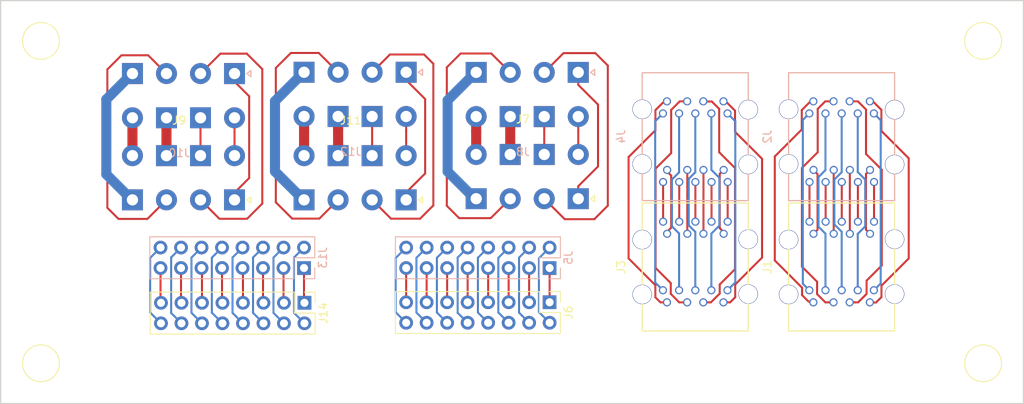
<source format=kicad_pcb>
(kicad_pcb (version 20221018) (generator pcbnew)
  (layers (0 "F.Cu" signal) (31 "B.Cu" signal) (34 "B.Paste" user) (35 "F.Paste" user) (36 "B.SilkS" user "B.Silkscreen") (37 "F.SilkS" user "F.Silkscreen") (38 "B.Mask" user) (39 "F.Mask" user) (44 "Edge.Cuts" user))
  (net 0 "")
  (net 1 "Net-(J1-Pad4)")
  (net 2 "Net-(J1-Pad1)")
  (net 3 "Net-(J1-Pad2)")
  (net 4 "Net-(J1-Pad3)")
  (net 5 "Net-(J1-Pad5)")
  (net 6 "Net-(J1-Pad6)")
  (net 7 "Net-(J1-Pad7)")
  (net 8 "Net-(J1-Pad8)")
  (net 9 "Net-(J1-Pad9)")
  (net 10 "Net-(J1-Pad10)")
  (net 11 "Net-(J1-Pad11)")
  (net 12 "Net-(J1-Pad12)")
  (net 13 "Net-(J1-Pad13)")
  (net 14 "Net-(J1-Pad14)")
  (net 15 "Net-(J1-Pad15)")
  (net 16 "Net-(J1-Pad16)")
  (net 17 "Net-(J1-Pad17)")
  (net 18 "Net-(J1-Pad18)")
  (net 19 "Net-(J3-Pad4)")
  (net 20 "Net-(J3-Pad1)")
  (net 21 "Net-(J3-Pad2)")
  (net 22 "Net-(J3-Pad3)")
  (net 23 "Net-(J3-Pad5)")
  (net 24 "Net-(J3-Pad6)")
  (net 25 "Net-(J3-Pad7)")
  (net 26 "Net-(J3-Pad8)")
  (net 27 "Net-(J3-Pad9)")
  (net 28 "Net-(J3-Pad10)")
  (net 29 "Net-(J3-Pad11)")
  (net 30 "Net-(J3-Pad12)")
  (net 31 "Net-(J3-Pad13)")
  (net 32 "Net-(J3-Pad14)")
  (net 33 "Net-(J3-Pad15)")
  (net 34 "Net-(J3-Pad16)")
  (net 35 "Net-(J3-Pad17)")
  (net 36 "Net-(J3-Pad18)")
  (net 37 "Net-(J5-Pad1)")
  (net 38 "Net-(J5-Pad2)")
  (net 39 "Net-(J5-Pad3)")
  (net 40 "Net-(J5-Pad4)")
  (net 41 "Net-(J5-Pad5)")
  (net 42 "Net-(J5-Pad6)")
  (net 43 "Net-(J5-Pad7)")
  (net 44 "Net-(J5-Pad8)")
  (net 45 "Net-(J5-Pad9)")
  (net 46 "Net-(J5-Pad10)")
  (net 47 "Net-(J5-Pad11)")
  (net 48 "Net-(J5-Pad12)")
  (net 49 "Net-(J5-Pad13)")
  (net 50 "Net-(J5-Pad14)")
  (net 51 "Net-(J5-Pad15)")
  (net 52 "Net-(J5-Pad16)")
  (net 53 "Net-(J7-Pad2)")
  (net 54 "Net-(J7-Pad1)")
  (net 55 "Net-(J7-Pad3)")
  (net 56 "Net-(J7-Pad4)")
  (net 57 "Net-(J7-Pad7)")
  (net 58 "Net-(J7-Pad6)")
  (net 59 "Net-(J7-Pad8)")
  (net 60 "Net-(J7-Pad5)")
  (net 61 "Net-(J10-Pad2)")
  (net 62 "Net-(J10-Pad1)")
  (net 63 "Net-(J10-Pad3)")
  (net 64 "Net-(J10-Pad4)")
  (net 65 "Net-(J10-Pad7)")
  (net 66 "Net-(J10-Pad6)")
  (net 67 "Net-(J10-Pad8)")
  (net 68 "Net-(J10-Pad5)")
  (net 69 "Net-(J11-Pad2)")
  (net 70 "Net-(J11-Pad1)")
  (net 71 "Net-(J11-Pad3)")
  (net 72 "Net-(J11-Pad4)")
  (net 73 "Net-(J11-Pad7)")
  (net 74 "Net-(J11-Pad6)")
  (net 75 "Net-(J11-Pad8)")
  (net 76 "Net-(J11-Pad5)")
  (net 77 "Net-(J13-Pad1)")
  (net 78 "Net-(J13-Pad2)")
  (net 79 "Net-(J13-Pad3)")
  (net 80 "Net-(J13-Pad4)")
  (net 81 "Net-(J13-Pad5)")
  (net 82 "Net-(J13-Pad6)")
  (net 83 "Net-(J13-Pad7)")
  (net 84 "Net-(J13-Pad8)")
  (net 85 "Net-(J13-Pad9)")
  (net 86 "Net-(J13-Pad10)")
  (net 87 "Net-(J13-Pad11)")
  (net 88 "Net-(J13-Pad12)")
  (net 89 "Net-(J13-Pad13)")
  (net 90 "Net-(J13-Pad14)")
  (net 91 "Net-(J13-Pad15)")
  (net 92 "Net-(J13-Pad16)")
  (footprint "USST-footprints:Molex_MiniFit-JR_5566-08A_02x04x4.2_Vertical" (layer "F.Cu") (at 170.578224 58.203912 180)
    (fp_text reference "J7")
    (fp_text value "Molex_MiniFit_02x04")
  )
  (footprint "USST-footprints:Molex_MiniFit-JR_5566-08A_02x04x4.2_Vertical" (layer "F.Cu") (at 127.97926 58.349108 180)
    (fp_text reference "J9")
    (fp_text value "Molex_MiniFit_02x04")
  )
  (footprint "USST-footprints:Molex_MiniFit-JR_5566-08A_02x04x4.2_Vertical" (layer "F.Cu") (at 149.24926 58.349108 180)
    (fp_text reference "J11")
    (fp_text value "Molex_MiniFit_02x04")
  )
  (footprint "Pin_Headers:Pin_Header_Straight_2x08_Pitch2.54mm" (layer "F.Cu") (at 143.503375 82.249708 -90)
    (fp_text reference "J14")
    (fp_text value "Conn_02x08_Odd_Even")
  )
  (footprint "Pin_Headers:Pin_Header_Straight_2x08_Pitch2.54mm" (layer "F.Cu") (at 173.886956 82.181658 -90)
    (fp_text reference "J6")
    (fp_text value "Conn_02x08_Odd_Even")
  )
  (footprint "Connect:1pin" (layer "F.Cu") (at 110.85 49.75)
    (fp_text reference "REF**" hide)
    (fp_text value "1pin" hide)
  )
  (footprint "Connect:1pin" (layer "F.Cu") (at 110.85 89.75)
    (fp_text reference "REF**" hide)
    (fp_text value "1pin" hide)
  )
  (footprint "Connect:1pin" (layer "F.Cu") (at 227.61 49.75)
    (fp_text reference "REF**" hide)
    (fp_text value "1pin" hide)
  )
  (footprint "Connect:1pin" (layer "F.Cu") (at 227.61 89.75)
    (fp_text reference "REF**" hide)
    (fp_text value "1pin" hide)
  )
  (footprint "USST-footprints:USBA_3.0_Stacked_Vertical-Molex_48409" (layer "F.Cu") (at 210.08 77.81 90)
    (fp_text reference "J1")
    (fp_text value "Conn_02x09_Odd_Even")
  )
  (footprint "USST-footprints:USBA_3.0_Stacked_Vertical-Molex_48409" (layer "F.Cu") (at 191.94 77.81 90)
    (fp_text reference "J3")
    (fp_text value "Conn_02x09_Odd_Even")
  )
  (footprint "USST-footprints:Molex_MiniFit-JR_5566-08A_02x04x4.2_Vertical" (layer "B.Cu") (at 170.578224 64.781512 180)
    (fp_text reference "J8")
    (fp_text value "Molex_MiniFit_02x04")
  )
  (footprint "USST-footprints:Molex_MiniFit-JR_5566-08A_02x04x4.2_Vertical" (layer "B.Cu") (at 127.97926 64.926708 180)
    (fp_text reference "J10")
    (fp_text value "Molex_MiniFit_02x04")
  )
  (footprint "USST-footprints:Molex_MiniFit-JR_5566-08A_02x04x4.2_Vertical" (layer "B.Cu") (at 149.24926 64.766708 180)
    (fp_text reference "J12")
    (fp_text value "Molex_MiniFit_02x04")
  )
  (footprint "Pin_Headers:Pin_Header_Straight_2x08_Pitch2.54mm" (layer "B.Cu") (at 143.448376 77.929708 90)
    (fp_text reference "J13")
    (fp_text value "Conn_02x08_Odd_Even")
  )
  (footprint "Pin_Headers:Pin_Header_Straight_2x08_Pitch2.54mm" (layer "B.Cu") (at 173.886956 77.931658 90)
    (fp_text reference "J5")
    (fp_text value "Conn_02x08_Odd_Even")
  )
  (footprint "USST-footprints:USBA_3.0_Stacked_Vertical-Molex_48409" (layer "B.Cu") (at 210.08 61.63 -90)
    (fp_text reference "J2")
    (fp_text value "Conn_02x09_Odd_Even")
  )
  (footprint "USST-footprints:USBA_3.0_Stacked_Vertical-Molex_48409" (layer "B.Cu") (at 191.94 61.63 -90)
    (fp_text reference "J4")
    (fp_text value "Conn_02x09_Odd_Even")
  )
  (gr_line (start 105.85 94.75) (end 105.85 44.75) (stroke (width 0.15)) (layer "Edge.Cuts"))
  (gr_line (start 105.85 44.75) (end 232.61 44.75) (stroke (width 0.15)) (layer "Edge.Cuts"))
  (gr_line (start 232.61 44.75) (end 232.61 94.75) (stroke (width 0.15)) (layer "Edge.Cuts"))
  (gr_line (start 232.61 94.75) (end 105.85 94.75) (stroke (width 0.15)) (layer "Edge.Cuts"))
  (segment (start 215.008189 80.121149) (end 215.008189 81.539238) (width 0.25) (layer "F.Cu") (net 1))
  (segment (start 214.999519 60.923638) (end 218.386849 64.310968) (width 0.25) (layer "F.Cu") (net 1))
  (segment (start 213.57 57.25) (end 213.944616 57.25) (width 0.25) (layer "F.Cu") (net 1))
  (segment (start 213.586437 82.206437) (end 213.57 82.19) (width 0.25) (layer "F.Cu") (net 1))
  (segment (start 213.944616 57.25) (end 214.999519 58.304903) (width 0.25) (layer "F.Cu") (net 1))
  (segment (start 218.386849 64.310968) (end 218.386849 76.742489) (width 0.25) (layer "F.Cu") (net 1))
  (segment (start 214.34099 82.206437) (end 213.586437 82.206437) (width 0.25) (layer "F.Cu") (net 1))
  (segment (start 214.999519 58.304903) (end 214.999519 60.923638) (width 0.25) (layer "F.Cu") (net 1))
  (segment (start 218.386849 76.742489) (end 215.008189 80.121149) (width 0.25) (layer "F.Cu") (net 1))
  (segment (start 215.008189 81.539238) (end 214.34099 82.206437) (width 0.25) (layer "F.Cu") (net 1))
  (segment (start 205.963282 82.084171) (end 206.464171 82.084171) (width 0.25) (layer "F.Cu") (net 2))
  (segment (start 205.134723 60.738914) (end 201.7897 64.083937) (width 0.25) (layer "F.Cu") (net 2))
  (segment (start 206.464171 82.084171) (end 206.57 82.19) (width 0.25) (layer "F.Cu") (net 2))
  (segment (start 201.7897 64.083937) (end 201.7897 76.991189) (width 0.25) (layer "F.Cu") (net 2))
  (segment (start 205.134723 58.335824) (end 205.134723 60.738914) (width 0.25) (layer "F.Cu") (net 2))
  (segment (start 201.7897 76.991189) (end 205.170794 80.372283) (width 0.25) (layer "F.Cu") (net 2))
  (segment (start 206.220547 57.25) (end 205.134723 58.335824) (width 0.25) (layer "F.Cu") (net 2))
  (segment (start 205.170794 80.372283) (end 205.170794 81.291683) (width 0.25) (layer "F.Cu") (net 2))
  (segment (start 205.170794 81.291683) (end 205.963282 82.084171) (width 0.25) (layer "F.Cu") (net 2))
  (segment (start 206.57 57.25) (end 206.220547 57.25) (width 0.25) (layer "F.Cu") (net 2))
  (segment (start 207.10835 58.189185) (end 207.10835 63.565453) (width 0.25) (layer "F.Cu") (net 3))
  (segment (start 205.154806 65.518997) (end 205.154806 77.759444) (width 0.25) (layer "F.Cu") (net 3))
  (segment (start 205.154806 77.759444) (end 207.032511 79.637149) (width 0.25) (layer "F.Cu") (net 3))
  (segment (start 207.032511 79.637149) (end 207.032511 81.165891) (width 0.25) (layer "F.Cu") (net 3))
  (segment (start 209.07 57.25) (end 208.047535 57.25) (width 0.25) (layer "F.Cu") (net 3))
  (segment (start 208.05662 82.19) (end 208.362894 82.19) (width 0.25) (layer "F.Cu") (net 3))
  (segment (start 207.032511 81.165891) (end 208.05662 82.19) (width 0.25) (layer "F.Cu") (net 3))
  (segment (start 208.362894 82.19) (end 209.07 82.19) (width 0.25) (layer "F.Cu") (net 3))
  (segment (start 207.10835 63.565453) (end 205.154806 65.518997) (width 0.25) (layer "F.Cu") (net 3))
  (segment (start 208.047535 57.25) (end 207.10835 58.189185) (width 0.25) (layer "F.Cu") (net 3))
  (segment (start 213.094555 63.776373) (end 215.048367 65.730185) (width 0.25) (layer "F.Cu") (net 4))
  (segment (start 215.048367 65.730185) (end 215.048367 77.610903) (width 0.25) (layer "F.Cu") (net 4))
  (segment (start 215.048367 77.610903) (end 213.165956 79.493314) (width 0.25) (layer "F.Cu") (net 4))
  (segment (start 213.165956 79.493314) (end 213.165956 81.140782) (width 0.25) (layer "F.Cu") (net 4))
  (segment (start 213.094555 58.259281) (end 213.094555 63.776373) (width 0.25) (layer "F.Cu") (net 4))
  (segment (start 213.165956 81.140782) (end 212.116738 82.19) (width 0.25) (layer "F.Cu") (net 4))
  (segment (start 212.116738 82.19) (end 211.777106 82.19) (width 0.25) (layer "F.Cu") (net 4))
  (segment (start 211.07 57.25) (end 212.085274 57.25) (width 0.25) (layer "F.Cu") (net 4))
  (segment (start 212.085274 57.25) (end 213.094555 58.259281) (width 0.25) (layer "F.Cu") (net 4))
  (segment (start 211.777106 82.19) (end 211.07 82.19) (width 0.25) (layer "F.Cu") (net 4))
  (segment (start 214.915001 79.844999) (end 214.569999 80.190001) (width 0.25) (layer "B.Cu") (net 5))
  (segment (start 214.07 58.75) (end 214.915001 59.595001) (width 0.25) (layer "B.Cu") (net 5))
  (segment (start 214.569999 80.190001) (end 214.07 80.69) (width 0.25) (layer "B.Cu") (net 5))
  (segment (start 214.915001 59.595001) (end 214.915001 79.844999) (width 0.25) (layer "B.Cu") (net 5))
  (segment (start 212.995547 66.944545) (end 212.995547 72.767663) (width 0.25) (layer "B.Cu") (net 6))
  (segment (start 212.07 73.69321) (end 212.07 79.982894) (width 0.25) (layer "B.Cu") (net 6))
  (segment (start 212.07 66.018998) (end 212.995547 66.944545) (width 0.25) (layer "B.Cu") (net 6))
  (segment (start 212.995547 72.767663) (end 212.07 73.69321) (width 0.25) (layer "B.Cu") (net 6))
  (segment (start 212.07 79.982894) (end 212.07 80.69) (width 0.25) (layer "B.Cu") (net 6))
  (segment (start 212.07 58.75) (end 212.07 66.018998) (width 0.25) (layer "B.Cu") (net 6))
  (segment (start 209.170272 66.958726) (end 209.170272 72.514942) (width 0.25) (layer "B.Cu") (net 7))
  (segment (start 209.170272 72.514942) (end 210.08 73.42467) (width 0.25) (layer "B.Cu") (net 7))
  (segment (start 210.08 79.982894) (end 210.08 80.69) (width 0.25) (layer "B.Cu") (net 7))
  (segment (start 210.08 58.75) (end 210.08 66.048998) (width 0.25) (layer "B.Cu") (net 7))
  (segment (start 210.08 66.048998) (end 209.170272 66.958726) (width 0.25) (layer "B.Cu") (net 7))
  (segment (start 210.08 73.42467) (end 210.08 79.982894) (width 0.25) (layer "B.Cu") (net 7))
  (segment (start 208.07 58.75) (end 208.07 65.780791) (width 0.25) (layer "B.Cu") (net 8))
  (segment (start 208.07 73.666183) (end 208.07 79.982894) (width 0.25) (layer "B.Cu") (net 8))
  (segment (start 208.07 65.780791) (end 207.205597 66.645194) (width 0.25) (layer "B.Cu") (net 8))
  (segment (start 207.205597 72.80178) (end 208.07 73.666183) (width 0.25) (layer "B.Cu") (net 8))
  (segment (start 208.07 79.982894) (end 208.07 80.69) (width 0.25) (layer "B.Cu") (net 8))
  (segment (start 207.205597 66.645194) (end 207.205597 72.80178) (width 0.25) (layer "B.Cu") (net 8))
  (segment (start 205.264999 79.884999) (end 205.570001 80.190001) (width 0.25) (layer "B.Cu") (net 9))
  (segment (start 206.07 58.75) (end 205.264999 59.555001) (width 0.25) (layer "B.Cu") (net 9))
  (segment (start 205.264999 59.555001) (end 205.264999 79.884999) (width 0.25) (layer "B.Cu") (net 9))
  (segment (start 205.570001 80.190001) (end 206.07 80.69) (width 0.25) (layer "B.Cu") (net 9))
  (segment (start 207.089999 66.277878) (end 207.089999 73.180001) (width 0.25) (layer "F.Cu") (net 10))
  (segment (start 206.59 65.777879) (end 207.089999 66.277878) (width 0.25) (layer "F.Cu") (net 10))
  (segment (start 206.59 65.76) (end 206.59 65.777879) (width 0.25) (layer "F.Cu") (net 10))
  (segment (start 207.089999 73.180001) (end 206.59 73.68) (width 0.25) (layer "F.Cu") (net 10))
  (segment (start 209.09 65.76) (end 209.09 73.68) (width 0.25) (layer "F.Cu") (net 11))
  (segment (start 211.09 65.76) (end 211.09 73.68) (width 0.25) (layer "F.Cu") (net 12))
  (segment (start 213.090001 73.180001) (end 213.59 73.68) (width 0.25) (layer "F.Cu") (net 13))
  (segment (start 213.090001 66.259999) (end 213.090001 73.180001) (width 0.25) (layer "F.Cu") (net 13))
  (segment (start 213.59 65.76) (end 213.090001 66.259999) (width 0.25) (layer "F.Cu") (net 13))
  (segment (start 214.09 67.26) (end 214.09 72.18) (width 0.25) (layer "F.Cu") (net 14))
  (segment (start 212.09 67.26) (end 212.09 72.18) (width 0.25) (layer "F.Cu") (net 15))
  (segment (start 210.09 67.26) (end 210.09 72.18) (width 0.25) (layer "F.Cu") (net 16))
  (segment (start 208.09 67.26) (end 208.09 72.18) (width 0.25) (layer "F.Cu") (net 17))
  (segment (start 206.09 67.26) (end 206.09 72.18) (width 0.25) (layer "F.Cu") (net 18))
  (segment (start 200.212976 64.381264) (end 196.863403 61.031691) (width 0.25) (layer "F.Cu") (net 19))
  (segment (start 200.212976 76.641043) (end 200.212976 64.381264) (width 0.25) (layer "F.Cu") (net 19))
  (segment (start 196.886552 79.967467) (end 200.212976 76.641043) (width 0.25) (layer "F.Cu") (net 19))
  (segment (start 195.510545 57.169455) (end 195.43 57.25) (width 0.25) (layer "F.Cu") (net 19))
  (segment (start 196.863403 61.031691) (end 196.863403 58.412995) (width 0.25) (layer "F.Cu") (net 19))
  (segment (start 196.247964 82.19) (end 196.886552 81.551412) (width 0.25) (layer "F.Cu") (net 19))
  (segment (start 195.619863 57.169455) (end 195.510545 57.169455) (width 0.25) (layer "F.Cu") (net 19))
  (segment (start 195.43 57.25) (end 195.653918 57.25) (width 0.25) (layer "F.Cu") (net 19))
  (segment (start 196.863403 58.412995) (end 195.619863 57.169455) (width 0.25) (layer "F.Cu") (net 19))
  (segment (start 196.886552 81.551412) (end 196.886552 79.967467) (width 0.25) (layer "F.Cu") (net 19))
  (segment (start 195.43 82.19) (end 196.247964 82.19) (width 0.25) (layer "F.Cu") (net 19))
  (segment (start 186.996962 60.837685) (end 183.670651 64.163996) (width 0.25) (layer "F.Cu") (net 20))
  (segment (start 183.670651 76.743271) (end 186.989953 80.062573) (width 0.25) (layer "F.Cu") (net 20))
  (segment (start 186.996962 58.343635) (end 186.996962 60.837685) (width 0.25) (layer "F.Cu") (net 20))
  (segment (start 183.670651 64.163996) (end 183.670651 76.743271) (width 0.25) (layer "F.Cu") (net 20))
  (segment (start 187.619519 82.19) (end 188.43 82.19) (width 0.25) (layer "F.Cu") (net 20))
  (segment (start 188.43 57.25) (end 188.090597 57.25) (width 0.25) (layer "F.Cu") (net 20))
  (segment (start 186.989953 80.062573) (end 186.989953 81.560434) (width 0.25) (layer "F.Cu") (net 20))
  (segment (start 188.090597 57.25) (end 186.996962 58.343635) (width 0.25) (layer "F.Cu") (net 20))
  (segment (start 186.989953 81.560434) (end 187.619519 82.19) (width 0.25) (layer "F.Cu") (net 20))
  (segment (start 188.89915 79.801407) (end 188.89915 81.137568) (width 0.25) (layer "F.Cu") (net 21))
  (segment (start 190.93 57.25) (end 190.00894 57.25) (width 0.25) (layer "F.Cu") (net 21))
  (segment (start 188.947158 63.666864) (end 187.018874 65.595148) (width 0.25) (layer "F.Cu") (net 21))
  (segment (start 188.947158 58.311782) (end 188.947158 63.666864) (width 0.25) (layer "F.Cu") (net 21))
  (segment (start 188.89915 81.137568) (end 189.951582 82.19) (width 0.25) (layer "F.Cu") (net 21))
  (segment (start 189.951582 82.19) (end 190.93 82.19) (width 0.25) (layer "F.Cu") (net 21))
  (segment (start 190.00894 57.25) (end 188.947158 58.311782) (width 0.25) (layer "F.Cu") (net 21))
  (segment (start 187.018874 65.595148) (end 187.018874 77.921131) (width 0.25) (layer "F.Cu") (net 21))
  (segment (start 187.018874 77.921131) (end 188.89915 79.801407) (width 0.25) (layer "F.Cu") (net 21))
  (segment (start 193.637106 82.19) (end 192.93 82.19) (width 0.25) (layer "F.Cu") (net 22))
  (segment (start 193.984858 57.272092) (end 194.898296 58.18553) (width 0.25) (layer "F.Cu") (net 22))
  (segment (start 194.898296 63.563842) (end 196.858986 65.524532) (width 0.25) (layer "F.Cu") (net 22))
  (segment (start 194.964004 79.97183) (end 194.964004 81.098186) (width 0.25) (layer "F.Cu") (net 22))
  (segment (start 194.964004 81.098186) (end 193.87219 82.19) (width 0.25) (layer "F.Cu") (net 22))
  (segment (start 192.93 57.25) (end 192.952092 57.272092) (width 0.25) (layer "F.Cu") (net 22))
  (segment (start 193.87219 82.19) (end 193.637106 82.19) (width 0.25) (layer "F.Cu") (net 22))
  (segment (start 196.858986 65.524532) (end 196.858986 78.076848) (width 0.25) (layer "F.Cu") (net 22))
  (segment (start 192.952092 57.272092) (end 193.984858 57.272092) (width 0.25) (layer "F.Cu") (net 22))
  (segment (start 194.898296 58.18553) (end 194.898296 63.563842) (width 0.25) (layer "F.Cu") (net 22))
  (segment (start 196.858986 78.076848) (end 194.964004 79.97183) (width 0.25) (layer "F.Cu") (net 22))
  (segment (start 196.898694 59.718694) (end 196.898694 79.721306) (width 0.25) (layer "B.Cu") (net 23))
  (segment (start 195.93 58.75) (end 196.898694 59.718694) (width 0.25) (layer "B.Cu") (net 23))
  (segment (start 196.429999 80.190001) (end 195.93 80.69) (width 0.25) (layer "B.Cu") (net 23))
  (segment (start 196.898694 79.721306) (end 196.429999 80.190001) (width 0.25) (layer "B.Cu") (net 23))
  (segment (start 193.93 73.658984) (end 193.93 79.982894) (width 0.25) (layer "B.Cu") (net 24))
  (segment (start 194.919079 66.732736) (end 194.919079 72.669905) (width 0.25) (layer "B.Cu") (net 24))
  (segment (start 193.93 58.75) (end 193.93 65.743657) (width 0.25) (layer "B.Cu") (net 24))
  (segment (start 194.919079 72.669905) (end 193.93 73.658984) (width 0.25) (layer "B.Cu") (net 24))
  (segment (start 193.93 65.743657) (end 194.919079 66.732736) (width 0.25) (layer "B.Cu") (net 24))
  (segment (start 193.93 79.982894) (end 193.93 80.69) (width 0.25) (layer "B.Cu") (net 24))
  (segment (start 191.94 73.448998) (end 191.94 79.982894) (width 0.25) (layer "B.Cu") (net 25))
  (segment (start 191.94 58.75) (end 191.94 66.048998) (width 0.25) (layer "B.Cu") (net 25))
  (segment (start 191.124999 66.863999) (end 191.124999 72.633997) (width 0.25) (layer "B.Cu") (net 25))
  (segment (start 191.94 66.048998) (end 191.124999 66.863999) (width 0.25) (layer "B.Cu") (net 25))
  (segment (start 191.94 79.982894) (end 191.94 80.69) (width 0.25) (layer "B.Cu") (net 25))
  (segment (start 191.124999 72.633997) (end 191.94 73.448998) (width 0.25) (layer "B.Cu") (net 25))
  (segment (start 189.045407 72.755321) (end 189.93 73.639914) (width 0.25) (layer "B.Cu") (net 26))
  (segment (start 189.045407 66.943591) (end 189.045407 72.755321) (width 0.25) (layer "B.Cu") (net 26))
  (segment (start 189.93 58.75) (end 189.93 66.058998) (width 0.25) (layer "B.Cu") (net 26))
  (segment (start 189.93 73.639914) (end 189.93 79.982894) (width 0.25) (layer "B.Cu") (net 26))
  (segment (start 189.93 66.058998) (end 189.045407 66.943591) (width 0.25) (layer "B.Cu") (net 26))
  (segment (start 189.93 79.982894) (end 189.93 80.69) (width 0.25) (layer "B.Cu") (net 26))
  (segment (start 186.967823 59.712177) (end 186.967823 79.727823) (width 0.25) (layer "B.Cu") (net 27))
  (segment (start 187.93 58.75) (end 186.967823 59.712177) (width 0.25) (layer "B.Cu") (net 27))
  (segment (start 187.430001 80.190001) (end 187.93 80.69) (width 0.25) (layer "B.Cu") (net 27))
  (segment (start 186.967823 79.727823) (end 187.430001 80.190001) (width 0.25) (layer "B.Cu") (net 27))
  (segment (start 188.949999 66.454844) (end 188.949999 72.928349) (width 0.25) (layer "F.Cu") (net 28))
  (segment (start 188.949999 72.928349) (end 188.45 73.428348) (width 0.25) (layer "F.Cu") (net 28))
  (segment (start 188.45 73.428348) (end 188.45 73.68) (width 0.25) (layer "F.Cu") (net 28))
  (segment (start 188.45 65.76) (end 188.45 65.954845) (width 0.25) (layer "F.Cu") (net 28))
  (segment (start 188.45 65.954845) (end 188.949999 66.454844) (width 0.25) (layer "F.Cu") (net 28))
  (segment (start 190.95 65.76) (end 190.95 73.68) (width 0.25) (layer "F.Cu") (net 29))
  (segment (start 192.95 65.76) (end 192.95 73.68) (width 0.25) (layer "F.Cu") (net 30))
  (segment (start 195.45 65.76) (end 194.969727 66.240273) (width 0.25) (layer "F.Cu") (net 31))
  (segment (start 194.969727 72.983933) (end 195.45 73.464206) (width 0.25) (layer "F.Cu") (net 31))
  (segment (start 195.45 73.464206) (end 195.45 73.68) (width 0.25) (layer "F.Cu") (net 31))
  (segment (start 194.969727 66.240273) (end 194.969727 72.983933) (width 0.25) (layer "F.Cu") (net 31))
  (segment (start 195.95 67.26) (end 195.95 72.18) (width 0.25) (layer "F.Cu") (net 32))
  (segment (start 193.95 67.26) (end 193.95 72.18) (width 0.25) (layer "F.Cu") (net 33))
  (segment (start 191.95 67.26) (end 191.95 72.18) (width 0.25) (layer "F.Cu") (net 34))
  (segment (start 189.95 67.26) (end 189.95 72.18) (width 0.25) (layer "F.Cu") (net 35))
  (segment (start 187.95 72.18) (end 187.95 67.26) (width 0.25) (layer "F.Cu") (net 36))
  (segment (start 173.886956 77.931658) (end 173.886956 82.181658) (width 0.25) (layer "F.Cu") (net 37))
  (segment (start 173.886956 75.391658) (end 172.559299 76.719315) (width 0.25) (layer "B.Cu") (net 38))
  (segment (start 173.036957 83.871659) (end 173.886956 84.721658) (width 0.25) (layer "B.Cu") (net 38))
  (segment (start 172.559299 76.719315) (end 172.559299 83.394001) (width 0.25) (layer "B.Cu") (net 38))
  (segment (start 172.559299 83.394001) (end 173.036957 83.871659) (width 0.25) (layer "B.Cu") (net 38))
  (segment (start 171.346956 77.931658) (end 171.346956 79.133739) (width 0.25) (layer "F.Cu") (net 39))
  (segment (start 171.346956 79.133739) (end 171.346956 82.181658) (width 0.25) (layer "F.Cu") (net 39))
  (segment (start 170.097416 76.641198) (end 170.097416 83.472118) (width 0.25) (layer "B.Cu") (net 40))
  (segment (start 171.346956 75.391658) (end 170.097416 76.641198) (width 0.25) (layer "B.Cu") (net 40))
  (segment (start 170.097416 83.472118) (end 170.496957 83.871659) (width 0.25) (layer "B.Cu") (net 40))
  (segment (start 170.496957 83.871659) (end 171.346956 84.721658) (width 0.25) (layer "B.Cu") (net 40))
  (segment (start 168.806956 79.133739) (end 168.806956 82.181658) (width 0.25) (layer "F.Cu") (net 41))
  (segment (start 168.806956 77.931658) (end 168.806956 79.133739) (width 0.25) (layer "F.Cu") (net 41))
  (segment (start 168.806956 75.391658) (end 167.528495 76.670119) (width 0.25) (layer "B.Cu") (net 42))
  (segment (start 167.528495 76.670119) (end 167.528495 83.443197) (width 0.25) (layer "B.Cu") (net 42))
  (segment (start 167.528495 83.443197) (end 167.956957 83.871659) (width 0.25) (layer "B.Cu") (net 42))
  (segment (start 167.956957 83.871659) (end 168.806956 84.721658) (width 0.25) (layer "B.Cu") (net 42))
  (segment (start 166.266956 82.181658) (end 166.266956 80.979577) (width 0.25) (layer "F.Cu") (net 43))
  (segment (start 166.266956 80.979577) (end 166.266956 77.931658) (width 0.25) (layer "F.Cu") (net 43))
  (segment (start 166.266956 75.391658) (end 164.999714 76.6589) (width 0.25) (layer "B.Cu") (net 44))
  (segment (start 165.416957 83.871659) (end 166.266956 84.721658) (width 0.25) (layer "B.Cu") (net 44))
  (segment (start 164.999714 83.454416) (end 165.416957 83.871659) (width 0.25) (layer "B.Cu") (net 44))
  (segment (start 164.999714 76.6589) (end 164.999714 83.454416) (width 0.25) (layer "B.Cu") (net 44))
  (segment (start 163.726956 77.931658) (end 163.726956 79.133739) (width 0.25) (layer "F.Cu") (net 45))
  (segment (start 163.726956 79.133739) (end 163.726956 82.181658) (width 0.25) (layer "F.Cu") (net 45))
  (segment (start 163.726956 75.391658) (end 162.489502 76.629112) (width 0.25) (layer "B.Cu") (net 46))
  (segment (start 162.489502 83.484204) (end 162.876957 83.871659) (width 0.25) (layer "B.Cu") (net 46))
  (segment (start 162.489502 76.629112) (end 162.489502 83.484204) (width 0.25) (layer "B.Cu") (net 46))
  (segment (start 162.876957 83.871659) (end 163.726956 84.721658) (width 0.25) (layer "B.Cu") (net 46))
  (segment (start 161.186956 77.931658) (end 161.186956 82.181658) (width 0.25) (layer "F.Cu") (net 47))
  (segment (start 159.916775 83.451477) (end 160.336957 83.871659) (width 0.25) (layer "B.Cu") (net 48))
  (segment (start 159.916775 76.661839) (end 159.916775 83.451477) (width 0.25) (layer "B.Cu") (net 48))
  (segment (start 160.336957 83.871659) (end 161.186956 84.721658) (width 0.25) (layer "B.Cu") (net 48))
  (segment (start 161.186956 75.391658) (end 159.916775 76.661839) (width 0.25) (layer "B.Cu") (net 48))
  (segment (start 158.646956 77.931658) (end 158.646956 82.181658) (width 0.25) (layer "F.Cu") (net 49))
  (segment (start 158.646956 75.391658) (end 157.381334 76.65728) (width 0.25) (layer "B.Cu") (net 50))
  (segment (start 157.381334 76.65728) (end 157.381334 83.456036) (width 0.25) (layer "B.Cu") (net 50))
  (segment (start 157.381334 83.456036) (end 157.796957 83.871659) (width 0.25) (layer "B.Cu") (net 50))
  (segment (start 157.796957 83.871659) (end 158.646956 84.721658) (width 0.25) (layer "B.Cu") (net 50))
  (segment (start 156.106956 77.931658) (end 156.106956 79.133739) (width 0.25) (layer "F.Cu") (net 51))
  (segment (start 156.106956 79.133739) (end 156.106956 82.181658) (width 0.25) (layer "F.Cu") (net 51))
  (segment (start 154.808607 83.423309) (end 155.256957 83.871659) (width 0.25) (layer "B.Cu") (net 52))
  (segment (start 154.808607 76.690007) (end 154.808607 83.423309) (width 0.25) (layer "B.Cu") (net 52))
  (segment (start 156.106956 75.391658) (end 154.808607 76.690007) (width 0.25) (layer "B.Cu") (net 52))
  (segment (start 155.256957 83.871659) (end 156.106956 84.721658) (width 0.25) (layer "B.Cu") (net 52))
  (segment (start 179.41644 71.875463) (end 175.766175 71.875463) (width 0.25) (layer "F.Cu") (net 53))
  (segment (start 173.219824 53.656312) (end 175.610815 51.265321) (width 0.25) (layer "F.Cu") (net 53))
  (segment (start 181.097024 52.809818) (end 181.097024 70.194879) (width 0.25) (layer "F.Cu") (net 53))
  (segment (start 175.766175 71.875463) (end 174.519823 70.629111) (width 0.25) (layer "F.Cu") (net 53))
  (segment (start 175.610815 51.265321) (end 179.552527 51.265321) (width 0.25) (layer "F.Cu") (net 53))
  (segment (start 181.097024 70.194879) (end 179.41644 71.875463) (width 0.25) (layer "F.Cu") (net 53))
  (segment (start 174.519823 70.629111) (end 173.219824 69.329112) (width 0.25) (layer "F.Cu") (net 53))
  (segment (start 179.552527 51.265321) (end 181.097024 52.809818) (width 0.25) (layer "F.Cu") (net 53))
  (segment (start 177.436224 53.656312) (end 177.436224 55.206312) (width 0.25) (layer "F.Cu") (net 54))
  (segment (start 177.436224 67.779112) (end 177.436224 69.329112) (width 0.25) (layer "F.Cu") (net 54))
  (segment (start 179.884303 57.654391) (end 179.884303 65.331033) (width 0.25) (layer "F.Cu") (net 54))
  (segment (start 177.436224 55.206312) (end 179.884303 57.654391) (width 0.25) (layer "F.Cu") (net 54))
  (segment (start 179.884303 65.331033) (end 177.436224 67.779112) (width 0.25) (layer "F.Cu") (net 54))
  (segment (start 162.85912 51.313238) (end 161.147024 53.025334) (width 0.25) (layer "F.Cu") (net 55))
  (segment (start 166.66035 51.313238) (end 162.85912 51.313238) (width 0.25) (layer "F.Cu") (net 55))
  (segment (start 166.589824 71.742712) (end 169.003424 69.329112) (width 0.25) (layer "F.Cu") (net 55))
  (segment (start 169.003424 53.656312) (end 166.66035 51.313238) (width 0.25) (layer "F.Cu") (net 55))
  (segment (start 161.147024 70.211445) (end 162.678291 71.742712) (width 0.25) (layer "F.Cu") (net 55))
  (segment (start 162.678291 71.742712) (end 166.589824 71.742712) (width 0.25) (layer "F.Cu") (net 55))
  (segment (start 161.147024 53.025334) (end 161.147024 70.211445) (width 0.25) (layer "F.Cu") (net 55))
  (segment (start 164.787024 53.656312) (end 164.716205 53.656312) (width 1.25) (layer "F.Cu") (net 56))
  (segment (start 164.616747 69.329112) (end 164.787024 69.329112) (width 1.25) (layer "F.Cu") (net 56))
  (segment (start 161.25055 65.962915) (end 164.616747 69.329112) (width 1.25) (layer "B.Cu") (net 56))
  (segment (start 161.25055 57.121967) (end 161.25055 65.962915) (width 1.25) (layer "B.Cu") (net 56))
  (segment (start 164.716205 53.656312) (end 161.25055 57.121967) (width 1.25) (layer "B.Cu") (net 56))
  (segment (start 169.003424 59.142712) (end 169.003424 63.842712) (width 1.25) (layer "F.Cu") (net 57))
  (segment (start 173.219824 59.142712) (end 173.219824 63.842712) (width 0.25) (layer "F.Cu") (net 58))
  (segment (start 164.787024 59.142712) (end 164.787024 60.981189) (width 1.25) (layer "F.Cu") (net 59))
  (segment (start 164.787024 60.981189) (end 164.787024 63.842712) (width 1.25) (layer "F.Cu") (net 59))
  (segment (start 177.436224 59.142712) (end 177.436224 60.981189) (width 0.25) (layer "F.Cu") (net 60))
  (segment (start 177.436224 60.981189) (end 177.436224 63.842712) (width 0.25) (layer "F.Cu") (net 60))
  (segment (start 132.96489 71.818338) (end 131.920859 70.774307) (width 0.25) (layer "F.Cu") (net 61))
  (segment (start 131.920859 70.774307) (end 130.62086 69.474308) (width 0.25) (layer "F.Cu") (net 61))
  (segment (start 136.357356 51.33173) (end 138.27806 53.252434) (width 0.25) (layer "F.Cu") (net 61))
  (segment (start 133.090638 51.33173) (end 136.357356 51.33173) (width 0.25) (layer "F.Cu") (net 61))
  (segment (start 138.27806 69.937908) (end 136.39763 71.818338) (width 0.25) (layer "F.Cu") (net 61))
  (segment (start 138.27806 53.252434) (end 138.27806 69.937908) (width 0.25) (layer "F.Cu") (net 61))
  (segment (start 130.62086 53.801508) (end 133.090638 51.33173) (width 0.25) (layer "F.Cu") (net 61))
  (segment (start 136.39763 71.818338) (end 132.96489 71.818338) (width 0.25) (layer "F.Cu") (net 61))
  (segment (start 134.83726 69.474308) (end 134.83726 68.580375) (width 0.25) (layer "F.Cu") (net 62))
  (segment (start 136.653845 66.76379) (end 136.653845 56.615338) (width 0.25) (layer "F.Cu") (net 62))
  (segment (start 134.83726 68.580375) (end 136.653845 66.76379) (width 0.25) (layer "F.Cu") (net 62))
  (segment (start 136.653845 56.615338) (end 134.83726 54.798753) (width 0.25) (layer "F.Cu") (net 62))
  (segment (start 134.83726 54.798753) (end 134.83726 53.801508) (width 0.25) (layer "F.Cu") (net 62))
  (segment (start 120.831074 51.534894) (end 119.07806 53.287908) (width 0.25) (layer "F.Cu") (net 63))
  (segment (start 124.040465 71.838303) (end 125.104461 70.774307) (width 0.25) (layer "F.Cu") (net 63))
  (segment (start 119.07806 53.287908) (end 119.07806 70.454777) (width 0.25) (layer "F.Cu") (net 63))
  (segment (start 119.07806 70.454777) (end 120.461586 71.838303) (width 0.25) (layer "F.Cu") (net 63))
  (segment (start 125.104461 70.774307) (end 126.40446 69.474308) (width 0.25) (layer "F.Cu") (net 63))
  (segment (start 124.137846 51.534894) (end 120.831074 51.534894) (width 0.25) (layer "F.Cu") (net 63))
  (segment (start 120.461586 71.838303) (end 124.040465 71.838303) (width 0.25) (layer "F.Cu") (net 63))
  (segment (start 126.40446 53.801508) (end 124.137846 51.534894) (width 0.25) (layer "F.Cu") (net 63))
  (segment (start 122.18806 53.801508) (end 122.154681 53.801508) (width 1.25) (layer "B.Cu") (net 64))
  (segment (start 118.950307 66.301488) (end 122.123127 69.474308) (width 1.25) (layer "B.Cu") (net 64))
  (segment (start 122.154681 53.801508) (end 118.950307 57.005882) (width 1.25) (layer "B.Cu") (net 64))
  (segment (start 122.123127 69.474308) (end 122.18806 69.474308) (width 1.25) (layer "B.Cu") (net 64))
  (segment (start 118.950307 57.005882) (end 118.950307 66.301488) (width 1.25) (layer "B.Cu") (net 64))
  (segment (start 126.40446 59.287908) (end 126.40446 60.837908) (width 1.25) (layer "F.Cu") (net 65))
  (segment (start 126.40446 60.837908) (end 126.40446 63.987908) (width 1.25) (layer "F.Cu") (net 65))
  (segment (start 130.62086 59.287908) (end 130.62086 63.987908) (width 0.25) (layer "F.Cu") (net 66))
  (segment (start 122.18806 59.287908) (end 122.18806 63.987908) (width 1.25) (layer "F.Cu") (net 67))
  (segment (start 134.83726 61.126385) (end 134.83726 63.987908) (width 0.25) (layer "F.Cu") (net 68))
  (segment (start 134.83726 59.287908) (end 134.83726 61.126385) (width 0.25) (layer "F.Cu") (net 68))
  (segment (start 159.47806 52.587908) (end 159.47806 70.165354) (width 0.25) (layer "F.Cu") (net 69))
  (segment (start 154.221615 71.805063) (end 153.190859 70.774307) (width 0.25) (layer "F.Cu") (net 69))
  (segment (start 159.47806 70.165354) (end 157.838351 71.805063) (width 0.25) (layer "F.Cu") (net 69))
  (segment (start 158.32806 51.437908) (end 159.47806 52.587908) (width 0.25) (layer "F.Cu") (net 69))
  (segment (start 151.89086 53.641508) (end 154.09446 51.437908) (width 0.25) (layer "F.Cu") (net 69))
  (segment (start 154.09446 51.437908) (end 158.32806 51.437908) (width 0.25) (layer "F.Cu") (net 69))
  (segment (start 153.190859 70.774307) (end 151.89086 69.474308) (width 0.25) (layer "F.Cu") (net 69))
  (segment (start 157.838351 71.805063) (end 154.221615 71.805063) (width 0.25) (layer "F.Cu") (net 69))
  (segment (start 156.10726 68.554007) (end 156.10726 69.474308) (width 0.25) (layer "F.Cu") (net 70))
  (segment (start 156.10726 53.641508) (end 156.10726 54.611174) (width 0.25) (layer "F.Cu") (net 70))
  (segment (start 158.460906 56.96482) (end 158.460906 66.200361) (width 0.25) (layer "F.Cu") (net 70))
  (segment (start 156.10726 54.611174) (end 158.460906 56.96482) (width 0.25) (layer "F.Cu") (net 70))
  (segment (start 158.460906 66.200361) (end 156.10726 68.554007) (width 0.25) (layer "F.Cu") (net 70))
  (segment (start 146.374461 52.341509) (end 147.67446 53.641508) (width 0.25) (layer "F.Cu") (net 71))
  (segment (start 141.983297 71.797163) (end 139.955281 69.769147) (width 0.25) (layer "F.Cu") (net 71))
  (segment (start 139.955281 53.113534) (end 141.822414 51.246401) (width 0.25) (layer "F.Cu") (net 71))
  (segment (start 141.822414 51.246401) (end 145.279353 51.246401) (width 0.25) (layer "F.Cu") (net 71))
  (segment (start 139.955281 69.769147) (end 139.955281 53.113534) (width 0.25) (layer "F.Cu") (net 71))
  (segment (start 145.279353 51.246401) (end 146.374461 52.341509) (width 0.25) (layer "F.Cu") (net 71))
  (segment (start 145.351605 71.797163) (end 141.983297 71.797163) (width 0.25) (layer "F.Cu") (net 71))
  (segment (start 147.67446 69.474308) (end 145.351605 71.797163) (width 0.25) (layer "F.Cu") (net 71))
  (segment (start 139.853634 57.215972) (end 139.853634 65.948062) (width 1.25) (layer "B.Cu") (net 72))
  (segment (start 143.37988 69.474308) (end 143.45806 69.474308) (width 1.25) (layer "B.Cu") (net 72))
  (segment (start 139.853634 65.948062) (end 143.37988 69.474308) (width 1.25) (layer "B.Cu") (net 72))
  (segment (start 143.45806 53.641508) (end 143.428098 53.641508) (width 1.25) (layer "B.Cu") (net 72))
  (segment (start 143.428098 53.641508) (end 139.853634 57.215972) (width 1.25) (layer "B.Cu") (net 72))
  (segment (start 147.67446 60.677908) (end 147.67446 63.987908) (width 1.25) (layer "F.Cu") (net 73))
  (segment (start 147.67446 59.127908) (end 147.67446 60.677908) (width 1.25) (layer "F.Cu") (net 73))
  (segment (start 151.89086 63.987908) (end 151.89086 59.127908) (width 0.25) (layer "F.Cu") (net 74))
  (segment (start 143.45806 60.966385) (end 143.45806 63.987908) (width 1.25) (layer "F.Cu") (net 75))
  (segment (start 143.45806 59.127908) (end 143.45806 60.966385) (width 1.25) (layer "F.Cu") (net 75))
  (segment (start 156.10726 60.966385) (end 156.10726 63.987908) (width 0.25) (layer "F.Cu") (net 76))
  (segment (start 156.10726 59.127908) (end 156.10726 60.966385) (width 0.25) (layer "F.Cu") (net 76))
  (segment (start 143.448376 82.194709) (end 143.503375 82.249708) (width 0.25) (layer "F.Cu") (net 77))
  (segment (start 143.448376 77.929708) (end 143.448376 82.194709) (width 0.25) (layer "F.Cu") (net 77))
  (segment (start 143.448376 75.389708) (end 142.206106 76.631978) (width 0.25) (layer "B.Cu") (net 78))
  (segment (start 142.653376 83.939709) (end 143.503375 84.789708) (width 0.25) (layer "B.Cu") (net 78))
  (segment (start 142.206106 83.492439) (end 142.653376 83.939709) (width 0.25) (layer "B.Cu") (net 78))
  (segment (start 142.206106 76.631978) (end 142.206106 83.492439) (width 0.25) (layer "B.Cu") (net 78))
  (segment (start 140.908376 82.194709) (end 140.963375 82.249708) (width 0.25) (layer "F.Cu") (net 79))
  (segment (start 140.908376 77.929708) (end 140.908376 82.194709) (width 0.25) (layer "F.Cu") (net 79))
  (segment (start 140.113376 83.939709) (end 140.963375 84.789708) (width 0.25) (layer "B.Cu") (net 80))
  (segment (start 140.908376 75.389708) (end 139.66433 76.633754) (width 0.25) (layer "B.Cu") (net 80))
  (segment (start 139.66433 76.633754) (end 139.66433 83.490663) (width 0.25) (layer "B.Cu") (net 80))
  (segment (start 139.66433 83.490663) (end 140.113376 83.939709) (width 0.25) (layer "B.Cu") (net 80))
  (segment (start 138.368376 82.194709) (end 138.423375 82.249708) (width 0.25) (layer "F.Cu") (net 81))
  (segment (start 138.368376 77.929708) (end 138.368376 82.194709) (width 0.25) (layer "F.Cu") (net 81))
  (segment (start 138.368376 75.389708) (end 137.131067 76.627017) (width 0.25) (layer "B.Cu") (net 82))
  (segment (start 137.131067 76.627017) (end 137.131067 83.4974) (width 0.25) (layer "B.Cu") (net 82))
  (segment (start 137.573376 83.939709) (end 138.423375 84.789708) (width 0.25) (layer "B.Cu") (net 82))
  (segment (start 137.131067 83.4974) (end 137.573376 83.939709) (width 0.25) (layer "B.Cu") (net 82))
  (segment (start 135.883375 82.249708) (end 135.883375 77.984707) (width 0.25) (layer "F.Cu") (net 83))
  (segment (start 135.883375 77.984707) (end 135.828376 77.929708) (width 0.25) (layer "F.Cu") (net 83))
  (segment (start 135.033376 83.939709) (end 135.883375 84.789708) (width 0.25) (layer "B.Cu") (net 84))
  (segment (start 135.828376 75.389708) (end 134.591157 76.626927) (width 0.25) (layer "B.Cu") (net 84))
  (segment (start 134.591157 83.49749) (end 135.033376 83.939709) (width 0.25) (layer "B.Cu") (net 84))
  (segment (start 134.591157 76.626927) (end 134.591157 83.49749) (width 0.25) (layer "B.Cu") (net 84))
  (segment (start 133.288376 82.194709) (end 133.343375 82.249708) (width 0.25) (layer "F.Cu") (net 85))
  (segment (start 133.288376 77.929708) (end 133.288376 82.194709) (width 0.25) (layer "F.Cu") (net 85))
  (segment (start 132.027418 83.473751) (end 132.027418 76.650666) (width 0.25) (layer "B.Cu") (net 86))
  (segment (start 133.343375 84.789708) (end 132.027418 83.473751) (width 0.25) (layer "B.Cu") (net 86))
  (segment (start 132.027418 76.650666) (end 132.438377 76.239707) (width 0.25) (layer "B.Cu") (net 86))
  (segment (start 132.438377 76.239707) (end 133.288376 75.389708) (width 0.25) (layer "B.Cu") (net 86))
  (segment (start 130.803375 82.249708) (end 130.803375 77.984707) (width 0.25) (layer "F.Cu") (net 87))
  (segment (start 130.803375 77.984707) (end 130.748376 77.929708) (width 0.25) (layer "F.Cu") (net 87))
  (segment (start 130.748376 75.389708) (end 129.501216 76.636868) (width 0.25) (layer "B.Cu") (net 88))
  (segment (start 129.953376 83.939709) (end 130.803375 84.789708) (width 0.25) (layer "B.Cu") (net 88))
  (segment (start 129.501216 83.487549) (end 129.953376 83.939709) (width 0.25) (layer "B.Cu") (net 88))
  (segment (start 129.501216 76.636868) (end 129.501216 83.487549) (width 0.25) (layer "B.Cu") (net 88))
  (segment (start 128.208376 77.929708) (end 128.208376 82.194709) (width 0.25) (layer "F.Cu") (net 89))
  (segment (start 128.208376 82.194709) (end 128.263375 82.249708) (width 0.25) (layer "F.Cu") (net 89))
  (segment (start 127.413376 83.939709) (end 128.263375 84.789708) (width 0.25) (layer "B.Cu") (net 90))
  (segment (start 128.208376 75.389708) (end 126.985219 76.612865) (width 0.25) (layer "B.Cu") (net 90))
  (segment (start 126.985219 83.511552) (end 127.413376 83.939709) (width 0.25) (layer "B.Cu") (net 90))
  (segment (start 126.985219 76.612865) (end 126.985219 83.511552) (width 0.25) (layer "B.Cu") (net 90))
  (segment (start 125.668376 77.929708) (end 125.668376 82.194709) (width 0.25) (layer "F.Cu") (net 91))
  (segment (start 125.668376 82.194709) (end 125.723375 82.249708) (width 0.25) (layer "F.Cu") (net 91))
  (segment (start 124.380591 76.677493) (end 124.380591 83.446924) (width 0.25) (layer "B.Cu") (net 92))
  (segment (start 124.380591 83.446924) (end 124.873376 83.939709) (width 0.25) (layer "B.Cu") (net 92))
  (segment (start 124.873376 83.939709) (end 125.723375 84.789708) (width 0.25) (layer "B.Cu") (net 92))
  (segment (start 125.668376 75.389708) (end 124.380591 76.677493) (width 0.25) (layer "B.Cu") (net 92))
)
</source>
